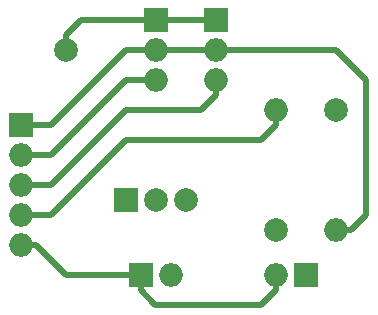
<source format=gbr>
G04 #@! TF.FileFunction,Copper,L2,Bot,Signal*
%FSLAX46Y46*%
G04 Gerber Fmt 4.6, Leading zero omitted, Abs format (unit mm)*
G04 Created by KiCad (PCBNEW 4.0.7) date Tue May 29 18:15:45 2018*
%MOMM*%
%LPD*%
G01*
G04 APERTURE LIST*
%ADD10C,0.100000*%
%ADD11C,2.000000*%
%ADD12O,2.000000X2.000000*%
%ADD13R,2.000000X2.000000*%
%ADD14C,0.500000*%
G04 APERTURE END LIST*
D10*
D11*
X53340000Y-25400000D03*
D12*
X53340000Y-35560000D03*
D11*
X48260000Y-35560000D03*
D12*
X48260000Y-25400000D03*
D13*
X26670000Y-26670000D03*
D12*
X26670000Y-29210000D03*
X26670000Y-31750000D03*
X26670000Y-34290000D03*
X26670000Y-36830000D03*
D13*
X43180000Y-17780000D03*
D12*
X43180000Y-20320000D03*
X43180000Y-22860000D03*
D13*
X38100000Y-17780000D03*
D12*
X38100000Y-20320000D03*
X38100000Y-22860000D03*
D13*
X50800000Y-39370000D03*
D12*
X48260000Y-39370000D03*
D13*
X36830000Y-39370000D03*
D12*
X39370000Y-39370000D03*
D11*
X38100000Y-33020000D03*
X40640000Y-33020000D03*
D13*
X35560000Y-33020000D03*
D11*
X30480000Y-20320000D03*
D14*
X54610000Y-35560000D02*
X53340000Y-35560000D01*
X55880000Y-34290000D02*
X54610000Y-35560000D01*
X43180000Y-20320000D02*
X53340000Y-20320000D01*
X53340000Y-20320000D02*
X55880000Y-22860000D01*
X55880000Y-22860000D02*
X55880000Y-34290000D01*
X38100000Y-20320000D02*
X35560000Y-20320000D01*
X35560000Y-20320000D02*
X29210000Y-26670000D01*
X29210000Y-26670000D02*
X26670000Y-26670000D01*
X26670000Y-26670000D02*
X26670000Y-26670000D01*
X43180000Y-20320000D02*
X38100000Y-20320000D01*
X29210000Y-29210000D02*
X26670000Y-29210000D01*
X38100000Y-22860000D02*
X35560000Y-22860000D01*
X35560000Y-22860000D02*
X29210000Y-29210000D01*
X27940000Y-31750000D02*
X29210000Y-31750000D01*
X29210000Y-31750000D02*
X35560000Y-25400000D01*
X41910000Y-25400000D02*
X35560000Y-25400000D01*
X43180000Y-24130000D02*
X41910000Y-25400000D01*
X43180000Y-22860000D02*
X43180000Y-24130000D01*
X26670000Y-31750000D02*
X27940000Y-31750000D01*
X26670000Y-31750000D02*
X26670000Y-31750000D01*
X46990000Y-27940000D02*
X35560000Y-27940000D01*
X26670000Y-34290000D02*
X29210000Y-34290000D01*
X29210000Y-34290000D02*
X35560000Y-27940000D01*
X48260000Y-26670000D02*
X48260000Y-25400000D01*
X46990000Y-27940000D02*
X48260000Y-26670000D01*
X26670000Y-34290000D02*
X26670000Y-34290000D01*
X30480000Y-19050000D02*
X30480000Y-20320000D01*
X31750000Y-17780000D02*
X30480000Y-19050000D01*
X38100000Y-17780000D02*
X31750000Y-17780000D01*
X30480000Y-39370000D02*
X27940000Y-36830000D01*
X36830000Y-39370000D02*
X30480000Y-39370000D01*
X36830000Y-39370000D02*
X36830000Y-40720000D01*
X36830000Y-40720000D02*
X38020000Y-41910000D01*
X38020000Y-41910000D02*
X46990000Y-41910000D01*
X46990000Y-41910000D02*
X48260000Y-40640000D01*
X48260000Y-40640000D02*
X48260000Y-39370000D01*
X27940000Y-36830000D02*
X26670000Y-36830000D01*
X26670000Y-36830000D02*
X26670000Y-36830000D01*
X36830000Y-39514226D02*
X36757887Y-39442113D01*
X43180000Y-17780000D02*
X38100000Y-17780000D01*
M02*

</source>
